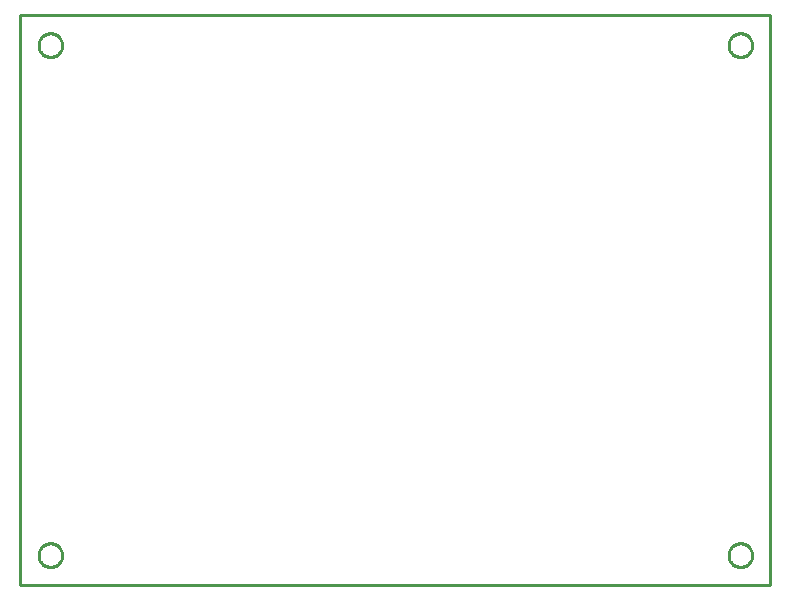
<source format=gbr>
G04 EAGLE Gerber RS-274X export*
G75*
%MOMM*%
%FSLAX34Y34*%
%LPD*%
%IN*%
%IPPOS*%
%AMOC8*
5,1,8,0,0,1.08239X$1,22.5*%
G01*
%ADD10C,0.254000*%


D10*
X0Y0D02*
X635000Y0D01*
X635000Y482600D01*
X0Y482600D01*
X0Y0D01*
X35400Y456763D02*
X35324Y455894D01*
X35172Y455034D01*
X34946Y454190D01*
X34648Y453370D01*
X34279Y452578D01*
X33842Y451822D01*
X33341Y451107D01*
X32780Y450438D01*
X32162Y449820D01*
X31493Y449259D01*
X30778Y448758D01*
X30022Y448321D01*
X29230Y447952D01*
X28410Y447654D01*
X27566Y447428D01*
X26707Y447276D01*
X25837Y447200D01*
X24963Y447200D01*
X24094Y447276D01*
X23234Y447428D01*
X22390Y447654D01*
X21570Y447952D01*
X20778Y448321D01*
X20022Y448758D01*
X19307Y449259D01*
X18638Y449820D01*
X18020Y450438D01*
X17459Y451107D01*
X16958Y451822D01*
X16521Y452578D01*
X16152Y453370D01*
X15854Y454190D01*
X15628Y455034D01*
X15476Y455894D01*
X15400Y456763D01*
X15400Y457637D01*
X15476Y458507D01*
X15628Y459366D01*
X15854Y460210D01*
X16152Y461030D01*
X16521Y461822D01*
X16958Y462578D01*
X17459Y463293D01*
X18020Y463962D01*
X18638Y464580D01*
X19307Y465141D01*
X20022Y465642D01*
X20778Y466079D01*
X21570Y466448D01*
X22390Y466746D01*
X23234Y466972D01*
X24094Y467124D01*
X24963Y467200D01*
X25837Y467200D01*
X26707Y467124D01*
X27566Y466972D01*
X28410Y466746D01*
X29230Y466448D01*
X30022Y466079D01*
X30778Y465642D01*
X31493Y465141D01*
X32162Y464580D01*
X32780Y463962D01*
X33341Y463293D01*
X33842Y462578D01*
X34279Y461822D01*
X34648Y461030D01*
X34946Y460210D01*
X35172Y459366D01*
X35324Y458507D01*
X35400Y457637D01*
X35400Y456763D01*
X35400Y24963D02*
X35324Y24094D01*
X35172Y23234D01*
X34946Y22390D01*
X34648Y21570D01*
X34279Y20778D01*
X33842Y20022D01*
X33341Y19307D01*
X32780Y18638D01*
X32162Y18020D01*
X31493Y17459D01*
X30778Y16958D01*
X30022Y16521D01*
X29230Y16152D01*
X28410Y15854D01*
X27566Y15628D01*
X26707Y15476D01*
X25837Y15400D01*
X24963Y15400D01*
X24094Y15476D01*
X23234Y15628D01*
X22390Y15854D01*
X21570Y16152D01*
X20778Y16521D01*
X20022Y16958D01*
X19307Y17459D01*
X18638Y18020D01*
X18020Y18638D01*
X17459Y19307D01*
X16958Y20022D01*
X16521Y20778D01*
X16152Y21570D01*
X15854Y22390D01*
X15628Y23234D01*
X15476Y24094D01*
X15400Y24963D01*
X15400Y25837D01*
X15476Y26707D01*
X15628Y27566D01*
X15854Y28410D01*
X16152Y29230D01*
X16521Y30022D01*
X16958Y30778D01*
X17459Y31493D01*
X18020Y32162D01*
X18638Y32780D01*
X19307Y33341D01*
X20022Y33842D01*
X20778Y34279D01*
X21570Y34648D01*
X22390Y34946D01*
X23234Y35172D01*
X24094Y35324D01*
X24963Y35400D01*
X25837Y35400D01*
X26707Y35324D01*
X27566Y35172D01*
X28410Y34946D01*
X29230Y34648D01*
X30022Y34279D01*
X30778Y33842D01*
X31493Y33341D01*
X32162Y32780D01*
X32780Y32162D01*
X33341Y31493D01*
X33842Y30778D01*
X34279Y30022D01*
X34648Y29230D01*
X34946Y28410D01*
X35172Y27566D01*
X35324Y26707D01*
X35400Y25837D01*
X35400Y24963D01*
X619600Y24963D02*
X619524Y24094D01*
X619372Y23234D01*
X619146Y22390D01*
X618848Y21570D01*
X618479Y20778D01*
X618042Y20022D01*
X617541Y19307D01*
X616980Y18638D01*
X616362Y18020D01*
X615693Y17459D01*
X614978Y16958D01*
X614222Y16521D01*
X613430Y16152D01*
X612610Y15854D01*
X611766Y15628D01*
X610907Y15476D01*
X610037Y15400D01*
X609163Y15400D01*
X608294Y15476D01*
X607434Y15628D01*
X606590Y15854D01*
X605770Y16152D01*
X604978Y16521D01*
X604222Y16958D01*
X603507Y17459D01*
X602838Y18020D01*
X602220Y18638D01*
X601659Y19307D01*
X601158Y20022D01*
X600721Y20778D01*
X600352Y21570D01*
X600054Y22390D01*
X599828Y23234D01*
X599676Y24094D01*
X599600Y24963D01*
X599600Y25837D01*
X599676Y26707D01*
X599828Y27566D01*
X600054Y28410D01*
X600352Y29230D01*
X600721Y30022D01*
X601158Y30778D01*
X601659Y31493D01*
X602220Y32162D01*
X602838Y32780D01*
X603507Y33341D01*
X604222Y33842D01*
X604978Y34279D01*
X605770Y34648D01*
X606590Y34946D01*
X607434Y35172D01*
X608294Y35324D01*
X609163Y35400D01*
X610037Y35400D01*
X610907Y35324D01*
X611766Y35172D01*
X612610Y34946D01*
X613430Y34648D01*
X614222Y34279D01*
X614978Y33842D01*
X615693Y33341D01*
X616362Y32780D01*
X616980Y32162D01*
X617541Y31493D01*
X618042Y30778D01*
X618479Y30022D01*
X618848Y29230D01*
X619146Y28410D01*
X619372Y27566D01*
X619524Y26707D01*
X619600Y25837D01*
X619600Y24963D01*
X619600Y456763D02*
X619524Y455894D01*
X619372Y455034D01*
X619146Y454190D01*
X618848Y453370D01*
X618479Y452578D01*
X618042Y451822D01*
X617541Y451107D01*
X616980Y450438D01*
X616362Y449820D01*
X615693Y449259D01*
X614978Y448758D01*
X614222Y448321D01*
X613430Y447952D01*
X612610Y447654D01*
X611766Y447428D01*
X610907Y447276D01*
X610037Y447200D01*
X609163Y447200D01*
X608294Y447276D01*
X607434Y447428D01*
X606590Y447654D01*
X605770Y447952D01*
X604978Y448321D01*
X604222Y448758D01*
X603507Y449259D01*
X602838Y449820D01*
X602220Y450438D01*
X601659Y451107D01*
X601158Y451822D01*
X600721Y452578D01*
X600352Y453370D01*
X600054Y454190D01*
X599828Y455034D01*
X599676Y455894D01*
X599600Y456763D01*
X599600Y457637D01*
X599676Y458507D01*
X599828Y459366D01*
X600054Y460210D01*
X600352Y461030D01*
X600721Y461822D01*
X601158Y462578D01*
X601659Y463293D01*
X602220Y463962D01*
X602838Y464580D01*
X603507Y465141D01*
X604222Y465642D01*
X604978Y466079D01*
X605770Y466448D01*
X606590Y466746D01*
X607434Y466972D01*
X608294Y467124D01*
X609163Y467200D01*
X610037Y467200D01*
X610907Y467124D01*
X611766Y466972D01*
X612610Y466746D01*
X613430Y466448D01*
X614222Y466079D01*
X614978Y465642D01*
X615693Y465141D01*
X616362Y464580D01*
X616980Y463962D01*
X617541Y463293D01*
X618042Y462578D01*
X618479Y461822D01*
X618848Y461030D01*
X619146Y460210D01*
X619372Y459366D01*
X619524Y458507D01*
X619600Y457637D01*
X619600Y456763D01*
M02*

</source>
